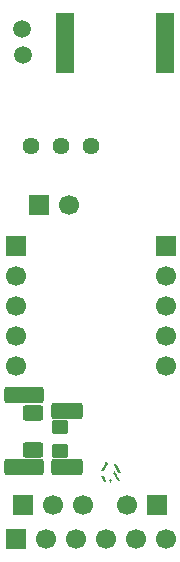
<source format=gbs>
G04 #@! TF.GenerationSoftware,KiCad,Pcbnew,9.0.6*
G04 #@! TF.CreationDate,2026-01-10T17:13:08+00:00*
G04 #@! TF.ProjectId,CurrentSource,43757272-656e-4745-936f-757263652e6b,rev?*
G04 #@! TF.SameCoordinates,Original*
G04 #@! TF.FileFunction,Soldermask,Bot*
G04 #@! TF.FilePolarity,Negative*
%FSLAX46Y46*%
G04 Gerber Fmt 4.6, Leading zero omitted, Abs format (unit mm)*
G04 Created by KiCad (PCBNEW 9.0.6) date 2026-01-10 17:13:08*
%MOMM*%
%LPD*%
G01*
G04 APERTURE LIST*
G04 Aperture macros list*
%AMRoundRect*
0 Rectangle with rounded corners*
0 $1 Rounding radius*
0 $2 $3 $4 $5 $6 $7 $8 $9 X,Y pos of 4 corners*
0 Add a 4 corners polygon primitive as box body*
4,1,4,$2,$3,$4,$5,$6,$7,$8,$9,$2,$3,0*
0 Add four circle primitives for the rounded corners*
1,1,$1+$1,$2,$3*
1,1,$1+$1,$4,$5*
1,1,$1+$1,$6,$7*
1,1,$1+$1,$8,$9*
0 Add four rect primitives between the rounded corners*
20,1,$1+$1,$2,$3,$4,$5,0*
20,1,$1+$1,$4,$5,$6,$7,0*
20,1,$1+$1,$6,$7,$8,$9,0*
20,1,$1+$1,$8,$9,$2,$3,0*%
G04 Aperture macros list end*
%ADD10C,0.000000*%
%ADD11RoundRect,0.249999X1.425001X-0.450001X1.425001X0.450001X-1.425001X0.450001X-1.425001X-0.450001X0*%
%ADD12C,1.700000*%
%ADD13R,1.700000X1.700000*%
%ADD14R,1.500000X5.080000*%
%ADD15C,1.500000*%
%ADD16C,1.440000*%
%ADD17RoundRect,0.250000X0.450000X-0.350000X0.450000X0.350000X-0.450000X0.350000X-0.450000X-0.350000X0*%
%ADD18RoundRect,0.249999X1.075001X-0.450001X1.075001X0.450001X-1.075001X0.450001X-1.075001X-0.450001X0*%
%ADD19RoundRect,0.250000X0.625000X-0.400000X0.625000X0.400000X-0.625000X0.400000X-0.625000X-0.400000X0*%
G04 APERTURE END LIST*
D10*
G36*
X131400334Y-106246613D02*
G01*
X131456347Y-106343931D01*
X131446869Y-106362493D01*
X131444270Y-106367389D01*
X131435368Y-106383462D01*
X131422404Y-106406405D01*
X131406680Y-106433919D01*
X131389501Y-106463705D01*
X131341609Y-106546356D01*
X131327735Y-106520293D01*
X131326841Y-106518627D01*
X131317757Y-106502286D01*
X131304436Y-106478929D01*
X131288526Y-106451423D01*
X131271673Y-106422641D01*
X131266689Y-106414172D01*
X131252041Y-106389148D01*
X131240177Y-106368676D01*
X131232206Y-106354680D01*
X131229239Y-106349086D01*
X131229857Y-106347575D01*
X131235123Y-106337657D01*
X131244882Y-106320146D01*
X131258065Y-106296912D01*
X131273600Y-106269827D01*
X131290418Y-106240761D01*
X131307447Y-106211584D01*
X131323617Y-106184168D01*
X131344321Y-106149294D01*
X131400334Y-106246613D01*
G37*
G36*
X131037274Y-104784402D02*
G01*
X131043448Y-104795101D01*
X131060447Y-104824626D01*
X131075934Y-104851607D01*
X131088407Y-104873431D01*
X131096369Y-104887482D01*
X131110121Y-104912030D01*
X131041181Y-105031493D01*
X131033230Y-105045268D01*
X131010628Y-105084401D01*
X130983995Y-105130486D01*
X130954727Y-105181108D01*
X130924224Y-105233848D01*
X130893882Y-105286289D01*
X130865099Y-105336016D01*
X130757956Y-105521075D01*
X130639450Y-105522031D01*
X130633289Y-105522078D01*
X130597665Y-105522261D01*
X130566810Y-105522268D01*
X130542532Y-105522109D01*
X130526640Y-105521796D01*
X130520940Y-105521338D01*
X130523754Y-105516115D01*
X130532211Y-105501162D01*
X130545927Y-105477153D01*
X130564514Y-105444758D01*
X130587588Y-105404647D01*
X130614760Y-105357492D01*
X130645644Y-105303960D01*
X130679854Y-105244724D01*
X130717004Y-105180452D01*
X130756706Y-105111814D01*
X130798573Y-105039481D01*
X130842221Y-104964123D01*
X130887261Y-104886410D01*
X130991930Y-104705869D01*
X131037274Y-104784402D01*
G37*
G36*
X130757956Y-105940274D02*
G01*
X130868964Y-106133072D01*
X130869989Y-106134852D01*
X130895211Y-106178862D01*
X130918482Y-106219837D01*
X130939124Y-106256552D01*
X130956457Y-106287783D01*
X130969802Y-106312307D01*
X130978479Y-106328901D01*
X130981809Y-106336340D01*
X130979852Y-106343804D01*
X130972678Y-106360080D01*
X130961157Y-106383095D01*
X130946219Y-106410998D01*
X130928792Y-106441938D01*
X130909865Y-106474645D01*
X130892731Y-106503839D01*
X130880221Y-106524462D01*
X130871662Y-106537532D01*
X130866381Y-106544069D01*
X130863706Y-106545090D01*
X130862964Y-106541615D01*
X130862588Y-106540329D01*
X130859332Y-106533483D01*
X130852545Y-106520664D01*
X130841999Y-106501472D01*
X130827465Y-106475508D01*
X130808717Y-106442372D01*
X130785524Y-106401664D01*
X130757660Y-106352985D01*
X130724897Y-106295934D01*
X130687006Y-106230112D01*
X130643759Y-106155119D01*
X130594928Y-106070556D01*
X130540286Y-105976022D01*
X130531144Y-105960057D01*
X130523897Y-105947065D01*
X130521069Y-105941519D01*
X130521223Y-105941441D01*
X130528679Y-105940998D01*
X130546034Y-105940627D01*
X130571484Y-105940347D01*
X130603223Y-105940180D01*
X130639446Y-105940146D01*
X130757956Y-105940274D01*
G37*
G36*
X131701909Y-105549777D02*
G01*
X131710059Y-105560341D01*
X131721573Y-105577555D01*
X131736943Y-105602189D01*
X131756662Y-105635010D01*
X131781221Y-105676787D01*
X131811113Y-105728288D01*
X131826708Y-105755272D01*
X131859758Y-105812452D01*
X131896168Y-105875435D01*
X131934205Y-105941228D01*
X131972138Y-106006835D01*
X132008236Y-106069263D01*
X132040768Y-106125517D01*
X132048732Y-106139293D01*
X132074551Y-106184040D01*
X132098323Y-106225363D01*
X132119383Y-106262103D01*
X132137070Y-106293099D01*
X132150723Y-106317193D01*
X132159678Y-106333224D01*
X132163274Y-106340034D01*
X132162446Y-106342835D01*
X132156444Y-106344971D01*
X132143877Y-106346454D01*
X132123386Y-106347383D01*
X132093613Y-106347854D01*
X132053200Y-106347967D01*
X131940049Y-106347882D01*
X131796037Y-106098106D01*
X131770520Y-106053857D01*
X131740863Y-106002453D01*
X131712561Y-105953422D01*
X131686387Y-105908100D01*
X131663113Y-105867826D01*
X131643513Y-105833937D01*
X131628359Y-105807771D01*
X131618423Y-105790666D01*
X131606758Y-105770318D01*
X131595702Y-105750249D01*
X131588423Y-105736074D01*
X131586099Y-105730003D01*
X131588151Y-105725899D01*
X131595589Y-105712363D01*
X131607002Y-105692232D01*
X131621150Y-105667631D01*
X131636790Y-105640688D01*
X131652682Y-105613529D01*
X131667584Y-105588281D01*
X131680254Y-105567072D01*
X131689451Y-105552027D01*
X131693933Y-105545274D01*
X131696631Y-105545096D01*
X131701909Y-105549777D01*
G37*
G36*
X131814039Y-104914000D02*
G01*
X131905003Y-105071482D01*
X131911484Y-105082700D01*
X131936417Y-105125833D01*
X131965755Y-105176556D01*
X131998256Y-105232725D01*
X132032681Y-105292196D01*
X132067787Y-105352825D01*
X132102335Y-105412468D01*
X132135083Y-105468982D01*
X132159908Y-105511823D01*
X132186921Y-105558464D01*
X132211637Y-105601165D01*
X132233436Y-105638853D01*
X132251697Y-105670454D01*
X132265800Y-105694895D01*
X132275123Y-105711102D01*
X132279047Y-105718002D01*
X132279703Y-105719942D01*
X132278021Y-105722557D01*
X132271560Y-105724379D01*
X132258877Y-105725509D01*
X132238528Y-105726050D01*
X132209068Y-105726103D01*
X132169054Y-105725771D01*
X132054215Y-105724539D01*
X132011720Y-105650765D01*
X131972202Y-105582190D01*
X131922198Y-105495527D01*
X131877774Y-105418679D01*
X131838718Y-105351286D01*
X131804822Y-105292990D01*
X131775875Y-105243435D01*
X131751668Y-105202263D01*
X131731991Y-105169116D01*
X131716635Y-105143635D01*
X131705389Y-105125465D01*
X131698044Y-105114246D01*
X131694390Y-105109621D01*
X131689725Y-105103924D01*
X131679774Y-105089170D01*
X131666013Y-105067380D01*
X131649585Y-105040367D01*
X131631631Y-105009946D01*
X131615713Y-104982536D01*
X131600404Y-104956069D01*
X131588252Y-104934948D01*
X131580222Y-104920847D01*
X131577274Y-104915439D01*
X131577422Y-104915360D01*
X131584846Y-104914911D01*
X131602171Y-104914525D01*
X131627595Y-104914225D01*
X131659316Y-104914032D01*
X131695530Y-104913969D01*
X131814039Y-104914000D01*
G37*
D11*
X124025000Y-99125000D03*
X124025000Y-105225000D03*
D12*
X129040000Y-108400000D03*
X126500000Y-108400000D03*
D13*
X123960000Y-108400000D03*
D14*
X127475000Y-69325000D03*
X135975000Y-69325000D03*
D13*
X123320000Y-86485000D03*
D12*
X123320000Y-89025000D03*
X123320000Y-91565000D03*
X123320000Y-94105000D03*
X123320000Y-96645000D03*
D13*
X136020000Y-86485000D03*
D12*
X136020000Y-89025000D03*
X136020000Y-91565000D03*
X136020000Y-94105000D03*
X136020000Y-96645000D03*
D13*
X123320000Y-111250000D03*
D12*
X125860000Y-111250000D03*
X128400000Y-111250000D03*
X130940000Y-111250000D03*
X133480000Y-111250000D03*
X136020000Y-111250000D03*
D15*
X123881597Y-68118654D03*
D13*
X125250000Y-82975000D03*
D12*
X127790000Y-82975000D03*
D13*
X135300000Y-108400000D03*
D12*
X132760000Y-108400000D03*
D16*
X124613399Y-77991232D03*
X127153399Y-77991232D03*
X129693399Y-77991232D03*
D15*
X123896879Y-70311183D03*
D17*
X127100000Y-103825000D03*
X127100000Y-101825000D03*
D18*
X127625000Y-105225000D03*
X127625000Y-100425000D03*
D19*
X124800000Y-103725000D03*
X124800000Y-100625000D03*
M02*

</source>
